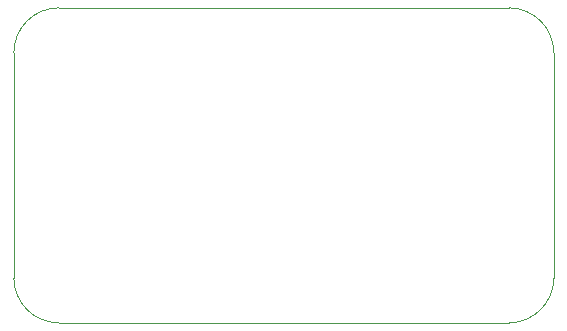
<source format=gbr>
%TF.GenerationSoftware,KiCad,Pcbnew,(5.1.6)-1*%
%TF.CreationDate,2020-08-19T17:28:43+02:00*%
%TF.ProjectId,spectrofluo,73706563-7472-46f6-966c-756f2e6b6963,rev?*%
%TF.SameCoordinates,Original*%
%TF.FileFunction,Profile,NP*%
%FSLAX46Y46*%
G04 Gerber Fmt 4.6, Leading zero omitted, Abs format (unit mm)*
G04 Created by KiCad (PCBNEW (5.1.6)-1) date 2020-08-19 17:28:43*
%MOMM*%
%LPD*%
G01*
G04 APERTURE LIST*
%TA.AperFunction,Profile*%
%ADD10C,0.050000*%
%TD*%
G04 APERTURE END LIST*
D10*
X105410000Y-106680000D02*
G75*
G02*
X101600000Y-102870000I0J3810000D01*
G01*
X143510000Y-106680000D02*
X105410000Y-106680000D01*
X147320000Y-102870000D02*
G75*
G02*
X143510000Y-106680000I-3810000J0D01*
G01*
X143510000Y-80010000D02*
G75*
G02*
X147320000Y-83820000I0J-3810000D01*
G01*
X101600000Y-83820000D02*
G75*
G02*
X105410000Y-80010000I3810000J0D01*
G01*
X147320000Y-102870000D02*
X147320000Y-83820000D01*
X101600000Y-83820000D02*
X101600000Y-102870000D01*
X105410000Y-80010000D02*
X143510000Y-80010000D01*
M02*

</source>
